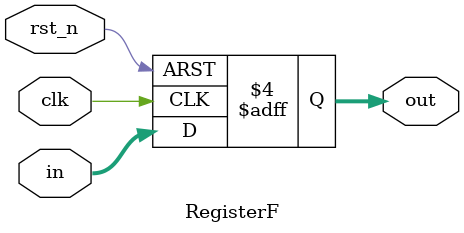
<source format=v>
`timescale 1ns / 1ps


module RegisterF(rst_n, clk, in, out);
    input rst_n, clk;
    input [31:0] in;
    output reg [31:0] out=0;

    always @(negedge rst_n or posedge clk) 
    begin
        if(!rst_n)
            out <= 32'b0;
        else
            out <= in;
    end
endmodule

</source>
